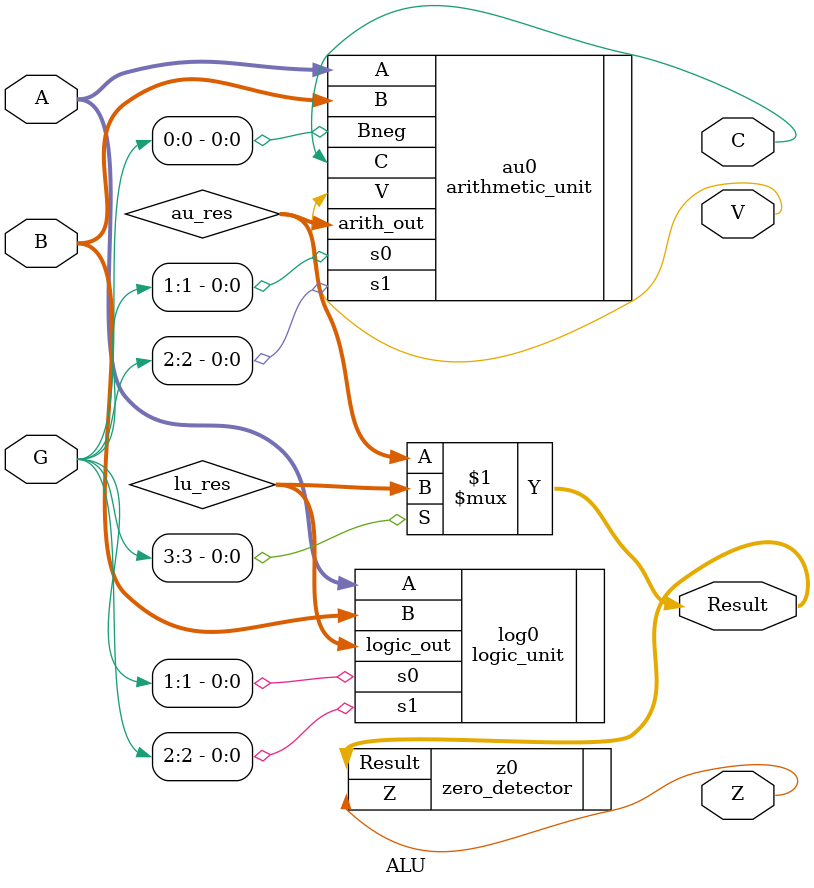
<source format=v>
module ALU(
    input [31:0] A, B,
    input [3:0] G, //G select: s2, s1, s0, Bneg
    output C, V, Z,
    output [31:0] Result
    );
    
    wire [31:0] au_res, lu_res;
    
    arithmetic_unit au0(.A(A), .B(B), .s1(G[2]), .s0(G[1]), .Bneg(G[0]), .C(C), .V(V), .arith_out(au_res));
    logic_unit log0(.A(A), .B(B), .s1(G[2]), .s0(G[1]), .logic_out(lu_res));
    
    assign Result = G[3] ? lu_res: au_res;
    
    zero_detector z0(.Result(Result), .Z(Z));
    
endmodule

</source>
